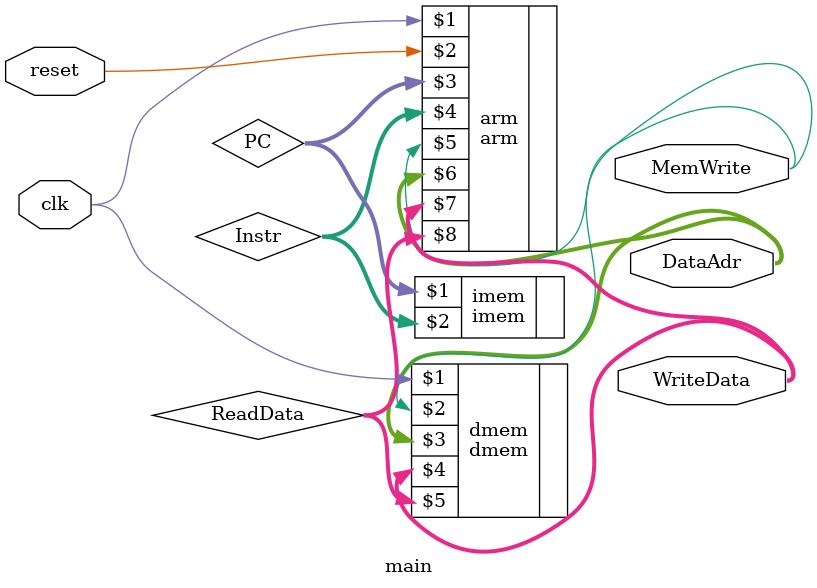
<source format=sv>
module main(input logic		   clk, reset,
			output logic [31:0]  WriteData, DataAdr,
			output logic 			MemWrite);
			
	logic [31:0] PC, Instr, ReadData, ReadRamData;
	// instantiate processor and memories
	arm arm(clk, reset, PC, Instr, MemWrite, DataAdr,
					WriteData, ReadData);
					
				
	imem imem(PC, Instr);
	
	dmem dmem(clk, MemWrite, DataAdr, WriteData, ReadData);

//	ram ram(DataAdr[15:2], clk, WriteData, MemWrite, ReadData);
	

	
	
endmodule

</source>
